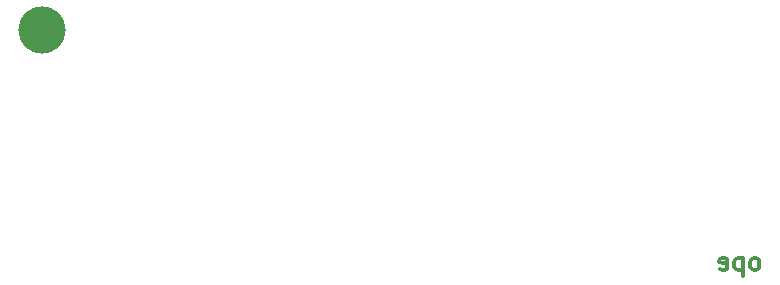
<source format=gbr>
G04 #@! TF.GenerationSoftware,KiCad,Pcbnew,(5.1.10-1-10_14)*
G04 #@! TF.CreationDate,2021-08-18T21:16:35-05:00*
G04 #@! TF.ProjectId,PCB-Keychains,5043422d-4b65-4796-9368-61696e732e6b,rev?*
G04 #@! TF.SameCoordinates,Original*
G04 #@! TF.FileFunction,Soldermask,Bot*
G04 #@! TF.FilePolarity,Negative*
%FSLAX46Y46*%
G04 Gerber Fmt 4.6, Leading zero omitted, Abs format (unit mm)*
G04 Created by KiCad (PCBNEW (5.1.10-1-10_14)) date 2021-08-18 21:16:35*
%MOMM*%
%LPD*%
G01*
G04 APERTURE LIST*
%ADD10C,0.375000*%
%ADD11C,4.000000*%
G04 APERTURE END LIST*
D10*
X211428571Y-33178571D02*
X211571428Y-33107142D01*
X211642857Y-33035714D01*
X211714285Y-32892857D01*
X211714285Y-32464285D01*
X211642857Y-32321428D01*
X211571428Y-32250000D01*
X211428571Y-32178571D01*
X211214285Y-32178571D01*
X211071428Y-32250000D01*
X211000000Y-32321428D01*
X210928571Y-32464285D01*
X210928571Y-32892857D01*
X211000000Y-33035714D01*
X211071428Y-33107142D01*
X211214285Y-33178571D01*
X211428571Y-33178571D01*
X210285714Y-32178571D02*
X210285714Y-33678571D01*
X210285714Y-32250000D02*
X210142857Y-32178571D01*
X209857142Y-32178571D01*
X209714285Y-32250000D01*
X209642857Y-32321428D01*
X209571428Y-32464285D01*
X209571428Y-32892857D01*
X209642857Y-33035714D01*
X209714285Y-33107142D01*
X209857142Y-33178571D01*
X210142857Y-33178571D01*
X210285714Y-33107142D01*
X208357142Y-33107142D02*
X208500000Y-33178571D01*
X208785714Y-33178571D01*
X208928571Y-33107142D01*
X209000000Y-32964285D01*
X209000000Y-32392857D01*
X208928571Y-32250000D01*
X208785714Y-32178571D01*
X208500000Y-32178571D01*
X208357142Y-32250000D01*
X208285714Y-32392857D01*
X208285714Y-32535714D01*
X209000000Y-32678571D01*
D11*
X150983950Y-12864850D03*
M02*

</source>
